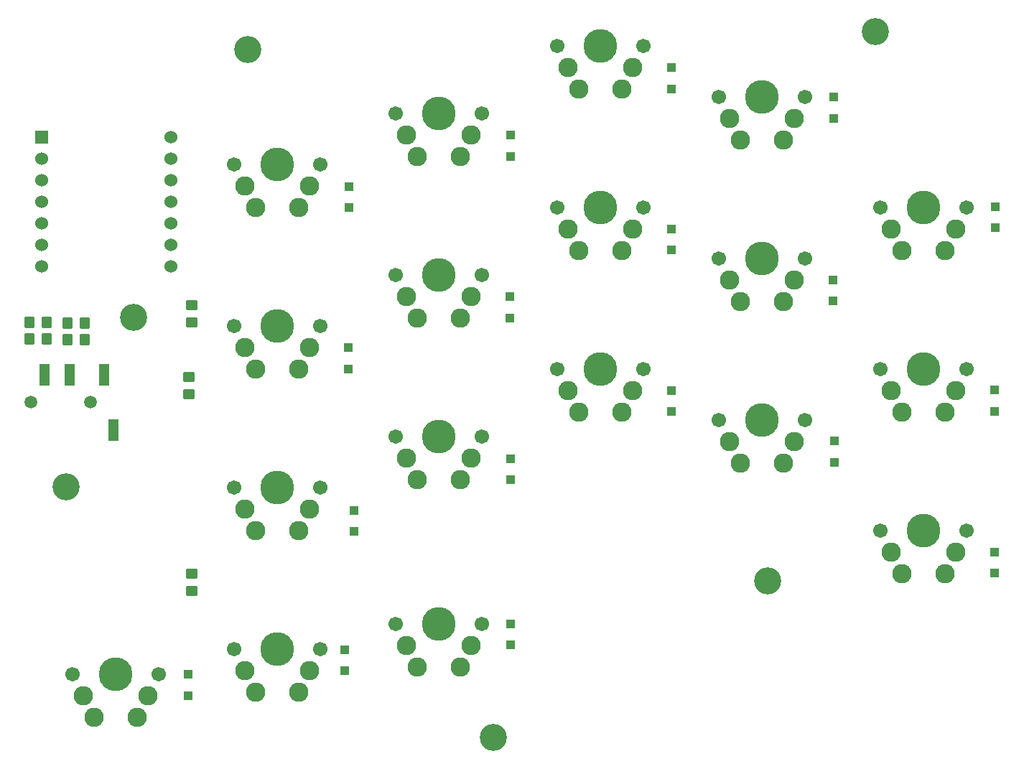
<source format=gbr>
%TF.GenerationSoftware,KiCad,Pcbnew,(6.0.4)*%
%TF.CreationDate,2022-04-22T20:25:04+08:00*%
%TF.ProjectId,Slice36,536c6963-6533-4362-9e6b-696361645f70,rev?*%
%TF.SameCoordinates,Original*%
%TF.FileFunction,Soldermask,Top*%
%TF.FilePolarity,Negative*%
%FSLAX46Y46*%
G04 Gerber Fmt 4.6, Leading zero omitted, Abs format (unit mm)*
G04 Created by KiCad (PCBNEW (6.0.4)) date 2022-04-22 20:25:04*
%MOMM*%
%LPD*%
G01*
G04 APERTURE LIST*
G04 Aperture macros list*
%AMRoundRect*
0 Rectangle with rounded corners*
0 $1 Rounding radius*
0 $2 $3 $4 $5 $6 $7 $8 $9 X,Y pos of 4 corners*
0 Add a 4 corners polygon primitive as box body*
4,1,4,$2,$3,$4,$5,$6,$7,$8,$9,$2,$3,0*
0 Add four circle primitives for the rounded corners*
1,1,$1+$1,$2,$3*
1,1,$1+$1,$4,$5*
1,1,$1+$1,$6,$7*
1,1,$1+$1,$8,$9*
0 Add four rect primitives between the rounded corners*
20,1,$1+$1,$2,$3,$4,$5,0*
20,1,$1+$1,$4,$5,$6,$7,0*
20,1,$1+$1,$6,$7,$8,$9,0*
20,1,$1+$1,$8,$9,$2,$3,0*%
G04 Aperture macros list end*
%ADD10C,1.701800*%
%ADD11C,3.987800*%
%ADD12C,2.286000*%
%ADD13R,1.000000X1.000000*%
%ADD14C,3.200000*%
%ADD15RoundRect,0.250000X-0.450000X0.350000X-0.450000X-0.350000X0.450000X-0.350000X0.450000X0.350000X0*%
%ADD16C,1.500000*%
%ADD17R,1.200000X2.500000*%
%ADD18RoundRect,0.250000X0.350000X0.450000X-0.350000X0.450000X-0.350000X-0.450000X0.350000X-0.450000X0*%
%ADD19R,1.524000X1.524000*%
%ADD20C,1.524000*%
G04 APERTURE END LIST*
D10*
%TO.C,Sw1*%
X27770000Y-155100000D03*
D11*
X32850000Y-155100000D03*
D10*
X37930000Y-155100000D03*
D12*
X36660000Y-157640000D03*
X35390000Y-160180000D03*
X29040000Y-157640000D03*
X30310000Y-160180000D03*
%TD*%
D10*
%TO.C,Sw10*%
X84920000Y-80950000D03*
X95080000Y-80950000D03*
D11*
X90000000Y-80950000D03*
D12*
X93810000Y-83490000D03*
X92540000Y-86030000D03*
X87460000Y-86030000D03*
X86190000Y-83490000D03*
%TD*%
D13*
%TO.C,D10*%
X98400000Y-86050000D03*
X98400000Y-83550000D03*
%TD*%
D14*
%TO.C,REF\u002A\u002A*%
X77400000Y-162475000D03*
%TD*%
%TO.C,REF\u002A\u002A*%
X27000000Y-133000000D03*
%TD*%
D13*
%TO.C,D17*%
X136500000Y-124050000D03*
X136500000Y-121550000D03*
%TD*%
D11*
%TO.C,Sw2*%
X51900000Y-152100000D03*
D10*
X56980000Y-152100000D03*
X46820000Y-152100000D03*
D12*
X54440000Y-157180000D03*
X55710000Y-154640000D03*
X48090000Y-154640000D03*
X49360000Y-157180000D03*
%TD*%
D13*
%TO.C,D1*%
X41400000Y-155100000D03*
X41400000Y-157600000D03*
%TD*%
%TO.C,D5*%
X60300000Y-119050000D03*
X60300000Y-116550000D03*
%TD*%
D15*
%TO.C,R1*%
X41870000Y-143200000D03*
X41870000Y-145200000D03*
%TD*%
D13*
%TO.C,D2*%
X59900000Y-152150000D03*
X59900000Y-154650000D03*
%TD*%
D11*
%TO.C,Sw8*%
X70950000Y-108000000D03*
D10*
X76030000Y-108000000D03*
X65870000Y-108000000D03*
D12*
X74760000Y-110540000D03*
X73490000Y-113080000D03*
X68410000Y-113080000D03*
X67140000Y-110540000D03*
%TD*%
D13*
%TO.C,D12*%
X98400000Y-124100000D03*
X98400000Y-121600000D03*
%TD*%
D10*
%TO.C,Sw7*%
X76030000Y-88950000D03*
D11*
X70950000Y-88950000D03*
D10*
X65870000Y-88950000D03*
D12*
X73490000Y-94030000D03*
X74760000Y-91490000D03*
X67140000Y-91490000D03*
X68410000Y-94030000D03*
%TD*%
D14*
%TO.C,REF\u002A\u002A*%
X48400000Y-81425000D03*
%TD*%
D13*
%TO.C,D14*%
X117400000Y-111050000D03*
X117400000Y-108550000D03*
%TD*%
%TO.C,D8*%
X79300000Y-113050000D03*
X79300000Y-110550000D03*
%TD*%
%TO.C,D13*%
X117500000Y-87000000D03*
X117500000Y-89500000D03*
%TD*%
D11*
%TO.C,Sw15*%
X109050000Y-125050000D03*
D10*
X103970000Y-125050000D03*
X114130000Y-125050000D03*
D12*
X111590000Y-130130000D03*
X112860000Y-127590000D03*
X105240000Y-127590000D03*
X106510000Y-130130000D03*
%TD*%
D14*
%TO.C,REF\u002A\u002A*%
X122400000Y-79300000D03*
%TD*%
D16*
%TO.C,J2*%
X22875000Y-123000000D03*
X29875000Y-123000000D03*
D17*
X27475000Y-119750000D03*
X24475000Y-119750000D03*
X32575000Y-126250000D03*
X31475000Y-119750000D03*
%TD*%
D14*
%TO.C,REF\u002A\u002A*%
X109775000Y-144075000D03*
%TD*%
D10*
%TO.C,Sw5*%
X56980000Y-114000000D03*
D11*
X51900000Y-114000000D03*
D10*
X46820000Y-114000000D03*
D12*
X54440000Y-119080000D03*
X55710000Y-116540000D03*
X49360000Y-119080000D03*
X48090000Y-116540000D03*
%TD*%
D10*
%TO.C,Sw16*%
X123020000Y-100000000D03*
D11*
X128100000Y-100000000D03*
D10*
X133180000Y-100000000D03*
D12*
X131910000Y-102540000D03*
X130640000Y-105080000D03*
X124290000Y-102540000D03*
X125560000Y-105080000D03*
%TD*%
D18*
%TO.C,R5*%
X29200000Y-113650000D03*
X27200000Y-113650000D03*
%TD*%
D10*
%TO.C,Sw12*%
X95080000Y-119050000D03*
D11*
X90000000Y-119050000D03*
D10*
X84920000Y-119050000D03*
D12*
X92540000Y-124130000D03*
X93810000Y-121590000D03*
X86190000Y-121590000D03*
X87460000Y-124130000D03*
%TD*%
D13*
%TO.C,D6*%
X61000000Y-138250000D03*
X61000000Y-135750000D03*
%TD*%
%TO.C,D11*%
X98400000Y-105050000D03*
X98400000Y-102550000D03*
%TD*%
D15*
%TO.C,R3*%
X41870000Y-111560000D03*
X41870000Y-113560000D03*
%TD*%
D18*
%TO.C,R4*%
X29190000Y-115570000D03*
X27190000Y-115570000D03*
%TD*%
D13*
%TO.C,D7*%
X79400000Y-94000000D03*
X79400000Y-91500000D03*
%TD*%
D11*
%TO.C,Sw11*%
X90000000Y-100000000D03*
D10*
X84920000Y-100000000D03*
X95080000Y-100000000D03*
D12*
X92540000Y-105080000D03*
X93810000Y-102540000D03*
X87460000Y-105080000D03*
X86190000Y-102540000D03*
%TD*%
D14*
%TO.C,REF\u002A\u002A*%
X35000000Y-113000000D03*
%TD*%
D13*
%TO.C,D3*%
X79400000Y-149100000D03*
X79400000Y-151600000D03*
%TD*%
D10*
%TO.C,Sw17*%
X123020000Y-119050000D03*
X133180000Y-119050000D03*
D11*
X128100000Y-119050000D03*
D12*
X131910000Y-121590000D03*
X130640000Y-124130000D03*
X125560000Y-124130000D03*
X124290000Y-121590000D03*
%TD*%
D19*
%TO.C,U1*%
X24150000Y-91770000D03*
D20*
X24150000Y-94310000D03*
X24150000Y-96850000D03*
X24150000Y-99390000D03*
X24150000Y-101930000D03*
X24150000Y-104470000D03*
X24150000Y-107010000D03*
X39390000Y-107010000D03*
X39390000Y-104470000D03*
X39390000Y-101930000D03*
X39390000Y-99390000D03*
X39390000Y-96850000D03*
X39390000Y-94310000D03*
X39390000Y-91770000D03*
%TD*%
D13*
%TO.C,D16*%
X136600000Y-99900000D03*
X136600000Y-102400000D03*
%TD*%
%TO.C,D4*%
X60400000Y-100050000D03*
X60400000Y-97550000D03*
%TD*%
D10*
%TO.C,Sw3*%
X65870000Y-149100000D03*
D11*
X70950000Y-149100000D03*
D10*
X76030000Y-149100000D03*
D12*
X73490000Y-154180000D03*
X74760000Y-151640000D03*
X67140000Y-151640000D03*
X68410000Y-154180000D03*
%TD*%
D11*
%TO.C,Sw13*%
X109050000Y-86950000D03*
D10*
X103970000Y-86950000D03*
X114130000Y-86950000D03*
D12*
X112860000Y-89490000D03*
X111590000Y-92030000D03*
X106510000Y-92030000D03*
X105240000Y-89490000D03*
%TD*%
D13*
%TO.C,D18*%
X136500000Y-143150000D03*
X136500000Y-140650000D03*
%TD*%
D18*
%TO.C,R7*%
X24700000Y-113600000D03*
X22700000Y-113600000D03*
%TD*%
D11*
%TO.C,Sw9*%
X70950000Y-127050000D03*
D10*
X76030000Y-127050000D03*
X65870000Y-127050000D03*
D12*
X74760000Y-129590000D03*
X73490000Y-132130000D03*
X68410000Y-132130000D03*
X67140000Y-129590000D03*
%TD*%
D18*
%TO.C,R6*%
X24700000Y-115550000D03*
X22700000Y-115550000D03*
%TD*%
D13*
%TO.C,D9*%
X79400000Y-132150000D03*
X79400000Y-129650000D03*
%TD*%
D11*
%TO.C,Sw4*%
X51900000Y-94950000D03*
D10*
X56980000Y-94950000D03*
X46820000Y-94950000D03*
D12*
X54440000Y-100030000D03*
X55710000Y-97490000D03*
X49360000Y-100030000D03*
X48090000Y-97490000D03*
%TD*%
D13*
%TO.C,D15*%
X117600000Y-130050000D03*
X117600000Y-127550000D03*
%TD*%
D11*
%TO.C,Sw6*%
X51900000Y-133050000D03*
D10*
X56980000Y-133050000D03*
X46820000Y-133050000D03*
D12*
X55710000Y-135590000D03*
X54440000Y-138130000D03*
X49360000Y-138130000D03*
X48090000Y-135590000D03*
%TD*%
D10*
%TO.C,Sw18*%
X123020000Y-138100000D03*
D11*
X128100000Y-138100000D03*
D10*
X133180000Y-138100000D03*
D12*
X130640000Y-143180000D03*
X131910000Y-140640000D03*
X124290000Y-140640000D03*
X125560000Y-143180000D03*
%TD*%
D10*
%TO.C,Sw14*%
X114130000Y-106000000D03*
X103970000Y-106000000D03*
D11*
X109050000Y-106000000D03*
D12*
X111590000Y-111080000D03*
X112860000Y-108540000D03*
X106510000Y-111080000D03*
X105240000Y-108540000D03*
%TD*%
D15*
%TO.C,R2*%
X41450000Y-120025000D03*
X41450000Y-122025000D03*
%TD*%
D16*
%TO.C,J1*%
X29875000Y-123000000D03*
X22875000Y-123000000D03*
%TD*%
M02*

</source>
